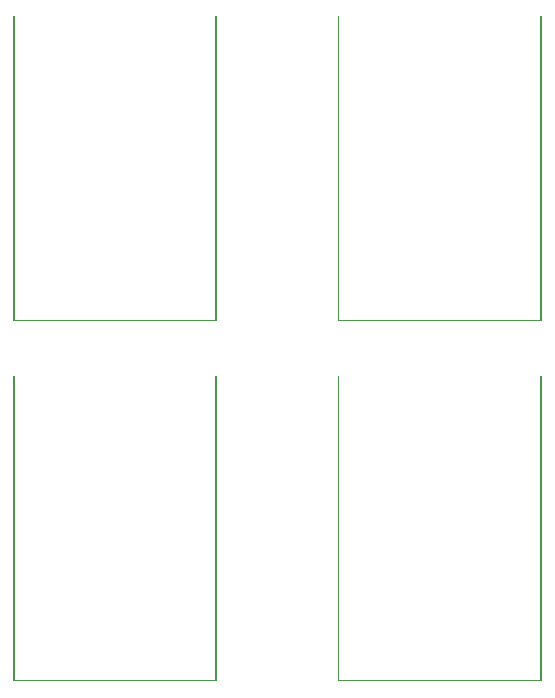
<source format=gbo>
%MOIN*%
%OFA0B0*%
%FSLAX44Y44*%
%IPPOS*%
%LPD*%
G36*
X00008290Y00000857D02*
G01G01*
X00008298Y00000859D01*
X00008304Y00000863D01*
X00008310Y00000868D01*
X00008313Y00000874D01*
X00008314Y00000882D01*
X00008314Y00011023D01*
X00008267Y00011023D01*
X00008267Y00000882D01*
X00008268Y00000874D01*
X00008271Y00000868D01*
X00008277Y00000863D01*
X00008283Y00000859D01*
X00008290Y00000857D01*
G37*
G36*
X00001550Y00000857D02*
G01G01*
X00001558Y00000859D01*
X00001564Y00000863D01*
X00001569Y00000868D01*
X00001573Y00000874D01*
X00001574Y00000882D01*
X00001574Y00011023D01*
X00001527Y00011023D01*
X00001527Y00000882D01*
X00001528Y00000874D01*
X00001531Y00000868D01*
X00001535Y00000863D01*
X00001543Y00000859D01*
X00001550Y00000857D01*
G37*
G36*
X00008290Y00000857D02*
G01G01*
X00008298Y00000859D01*
X00008304Y00000863D01*
X00008310Y00000868D01*
X00008313Y00000874D01*
X00008314Y00000882D01*
X00008313Y00000889D01*
X00008310Y00000895D01*
X00008304Y00000901D01*
X00008298Y00000903D01*
X00008290Y00000905D01*
X00001550Y00000905D01*
X00001543Y00000903D01*
X00001535Y00000901D01*
X00001531Y00000895D01*
X00001528Y00000889D01*
X00001527Y00000882D01*
X00001528Y00000874D01*
X00001531Y00000868D01*
X00001535Y00000863D01*
X00001543Y00000859D01*
X00001550Y00000857D01*
X00008290Y00000857D01*
G37*
G04 next file*
G36*
X00008290Y00012866D02*
G01G01*
X00008298Y00012867D01*
X00008304Y00012871D01*
X00008310Y00012875D01*
X00008313Y00012881D01*
X00008314Y00012890D01*
X00008314Y00023031D01*
X00008267Y00023031D01*
X00008267Y00012890D01*
X00008268Y00012881D01*
X00008271Y00012875D01*
X00008277Y00012871D01*
X00008283Y00012867D01*
X00008290Y00012866D01*
G37*
G36*
X00001550Y00012866D02*
G01G01*
X00001558Y00012867D01*
X00001564Y00012871D01*
X00001569Y00012875D01*
X00001573Y00012881D01*
X00001574Y00012890D01*
X00001574Y00023031D01*
X00001527Y00023031D01*
X00001527Y00012890D01*
X00001528Y00012881D01*
X00001531Y00012875D01*
X00001535Y00012871D01*
X00001543Y00012867D01*
X00001550Y00012866D01*
G37*
G36*
X00008290Y00012866D02*
G01G01*
X00008298Y00012867D01*
X00008304Y00012871D01*
X00008310Y00012875D01*
X00008313Y00012881D01*
X00008314Y00012890D01*
X00008313Y00012897D01*
X00008310Y00012904D01*
X00008304Y00012909D01*
X00008298Y00012911D01*
X00008290Y00012913D01*
X00001550Y00012913D01*
X00001543Y00012911D01*
X00001535Y00012909D01*
X00001531Y00012904D01*
X00001528Y00012897D01*
X00001527Y00012890D01*
X00001528Y00012881D01*
X00001531Y00012875D01*
X00001535Y00012871D01*
X00001543Y00012867D01*
X00001550Y00012866D01*
X00008290Y00012866D01*
G37*
G04 next file*
G36*
X00019117Y00012866D02*
G01G01*
X00019125Y00012867D01*
X00019131Y00012871D01*
X00019137Y00012875D01*
X00019140Y00012881D01*
X00019141Y00012890D01*
X00019141Y00023031D01*
X00019094Y00023031D01*
X00019094Y00012890D01*
X00019094Y00012881D01*
X00019098Y00012875D01*
X00019104Y00012871D01*
X00019110Y00012867D01*
X00019117Y00012866D01*
G37*
G36*
X00012377Y00012866D02*
G01G01*
X00012385Y00012867D01*
X00012391Y00012871D01*
X00012396Y00012875D01*
X00012400Y00012881D01*
X00012401Y00012890D01*
X00012401Y00023031D01*
X00012354Y00023031D01*
X00012354Y00012890D01*
X00012355Y00012881D01*
X00012358Y00012875D01*
X00012363Y00012871D01*
X00012370Y00012867D01*
X00012377Y00012866D01*
G37*
G36*
X00019117Y00012866D02*
G01G01*
X00019125Y00012867D01*
X00019131Y00012871D01*
X00019137Y00012875D01*
X00019140Y00012881D01*
X00019141Y00012890D01*
X00019140Y00012897D01*
X00019137Y00012904D01*
X00019131Y00012909D01*
X00019125Y00012911D01*
X00019117Y00012913D01*
X00012377Y00012913D01*
X00012370Y00012911D01*
X00012363Y00012909D01*
X00012358Y00012904D01*
X00012355Y00012897D01*
X00012354Y00012890D01*
X00012355Y00012881D01*
X00012358Y00012875D01*
X00012363Y00012871D01*
X00012370Y00012867D01*
X00012377Y00012866D01*
X00019117Y00012866D01*
G37*
G04 next file*
G36*
X00019117Y00000857D02*
G01G01*
X00019125Y00000859D01*
X00019131Y00000863D01*
X00019137Y00000868D01*
X00019140Y00000874D01*
X00019141Y00000882D01*
X00019141Y00011023D01*
X00019094Y00011023D01*
X00019094Y00000882D01*
X00019094Y00000874D01*
X00019098Y00000868D01*
X00019104Y00000863D01*
X00019110Y00000859D01*
X00019117Y00000857D01*
G37*
G36*
X00012377Y00000857D02*
G01G01*
X00012385Y00000859D01*
X00012391Y00000863D01*
X00012396Y00000868D01*
X00012400Y00000874D01*
X00012401Y00000882D01*
X00012401Y00011023D01*
X00012354Y00011023D01*
X00012354Y00000882D01*
X00012355Y00000874D01*
X00012358Y00000868D01*
X00012363Y00000863D01*
X00012370Y00000859D01*
X00012377Y00000857D01*
G37*
G36*
X00019117Y00000857D02*
G01G01*
X00019125Y00000859D01*
X00019131Y00000863D01*
X00019137Y00000868D01*
X00019140Y00000874D01*
X00019141Y00000882D01*
X00019140Y00000889D01*
X00019137Y00000895D01*
X00019131Y00000901D01*
X00019125Y00000903D01*
X00019117Y00000905D01*
X00012377Y00000905D01*
X00012370Y00000903D01*
X00012363Y00000901D01*
X00012358Y00000895D01*
X00012355Y00000889D01*
X00012354Y00000882D01*
X00012355Y00000874D01*
X00012358Y00000868D01*
X00012363Y00000863D01*
X00012370Y00000859D01*
X00012377Y00000857D01*
X00019117Y00000857D01*
G37*
M02*
</source>
